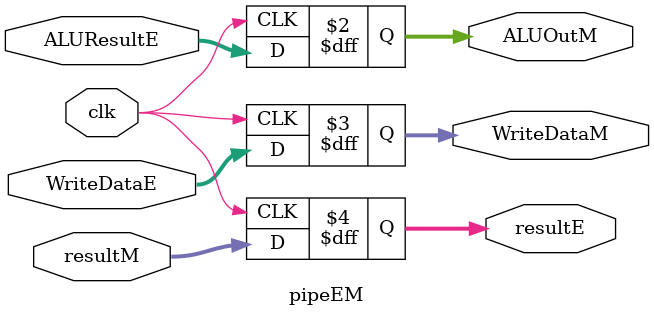
<source format=sv>
module pipeEM(input logic clk,input logic [31:0] ALUResultE,WriteDataE,resultM, output logic [31:0] ALUOutM,WriteDataM,resultE);

	always_ff @(posedge clk)
	begin
	ALUOutM <= ALUResultE;
	WriteDataM <= WriteDataE;
	resultE <= resultM;
	end
	
endmodule

</source>
